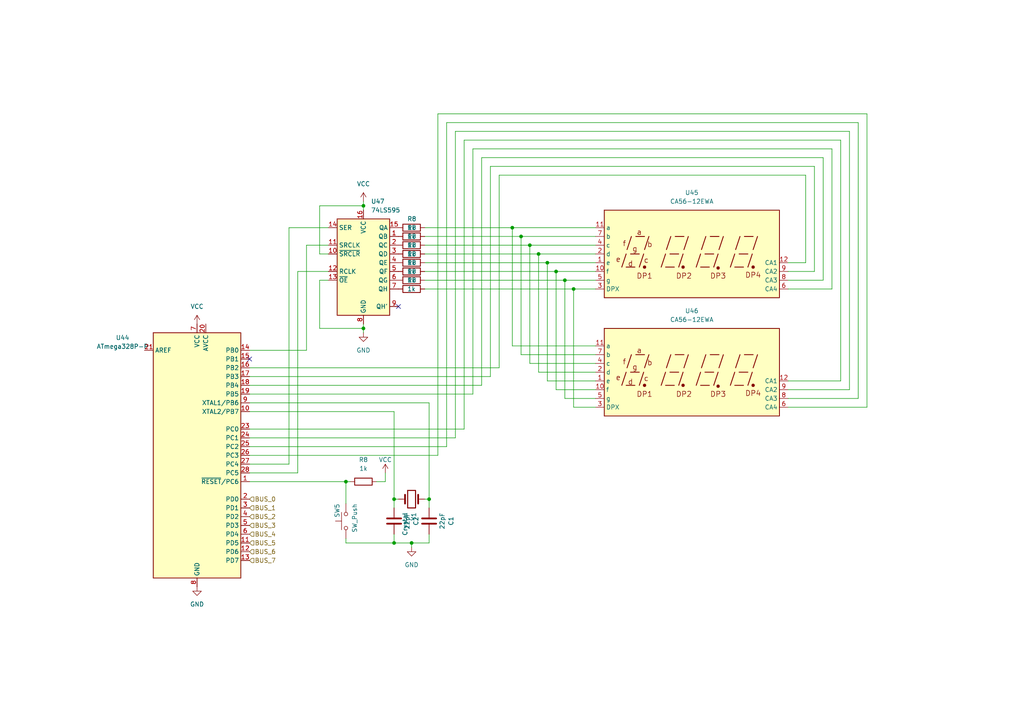
<source format=kicad_sch>
(kicad_sch (version 20230121) (generator eeschema)
  (paper "A4")
  (lib_symbols
    (symbol "74xx:74LS595"
      (property "Reference" "U" (at -7.62 13.97 0))
      (property "Value" "74LS595" (at -7.62 -16.51 0))
      (symbol "74LS595_1_0"
        (pin tri_state line (at 10.16 7.62 180) (length 2.54) (name "QB") (number "1"))
        (pin input line (at -10.16 2.54 0) (length 2.54) (name "~{SRCLR}") (number "10"))
        (pin input line (at -10.16 5.08 0) (length 2.54) (name "SRCLK") (number "11"))
        (pin input line (at -10.16 -2.54 0) (length 2.54) (name "RCLK") (number "12"))
        (pin input line (at -10.16 -5.08 0) (length 2.54) (name "~{OE}") (number "13"))
        (pin input line (at -10.16 10.16 0) (length 2.54) (name "SER") (number "14"))
        (pin tri_state line (at 10.16 10.16 180) (length 2.54) (name "QA") (number "15"))
        (pin power_in line (at 0 15.24 270) (length 2.54) (name "VCC") (number "16"))
        (pin tri_state line (at 10.16 5.08 180) (length 2.54) (name "QC") (number "2"))
        (pin tri_state line (at 10.16 2.54 180) (length 2.54) (name "QD") (number "3"))
        (pin tri_state line (at 10.16 0 180) (length 2.54) (name "QE") (number "4"))
        (pin tri_state line (at 10.16 -2.54 180) (length 2.54) (name "QF") (number "5"))
        (pin tri_state line (at 10.16 -5.08 180) (length 2.54) (name "QG") (number "6"))
        (pin tri_state line (at 10.16 -7.62 180) (length 2.54) (name "QH") (number "7"))
        (pin power_in line (at 0 -17.78 90) (length 2.54) (name "GND") (number "8"))
        (pin output line (at 10.16 -12.7 180) (length 2.54) (name "QH'") (number "9"))
      )
      (symbol "74LS595_1_1"
        (rectangle (start -7.62 12.7) (end 7.62 -15.24) (stroke (width 0.254)) (fill (type background)))
      )
    )
    (symbol "Device:C" (pin_numbers hide) (pin_names (offset 0.254))
      (property "Reference" "C" (at 0.635 2.54 0))
      (property "Value" "C" (at 0.635 -2.54 0))
      (symbol "C_0_1"
        (polyline (pts (xy -2.032 -0.762) (xy 2.032 -0.762)) (stroke (width 0.508)))
        (polyline (pts (xy -2.032 0.762) (xy 2.032 0.762)) (stroke (width 0.508)))
      )
      (symbol "C_1_1"
        (pin passive line (at 0 3.81 270) (length 2.794) (name "~") (number "1"))
        (pin passive line (at 0 -3.81 90) (length 2.794) (name "~") (number "2"))
      )
    )
    (symbol "Device:Crystal" (pin_numbers hide) (pin_names (offset 1.016) hide)
      (property "Reference" "Y" (at 0 3.81 0))
      (property "Value" "Crystal" (at 0 -3.81 0))
      (symbol "Crystal_0_1"
        (rectangle (start -1.143 2.54) (end 1.143 -2.54) (stroke (width 0.3048)))
        (polyline (pts (xy -2.54 0) (xy -1.905 0)))
        (polyline (pts (xy -1.905 -1.27) (xy -1.905 1.27)) (stroke (width 0.508)))
        (polyline (pts (xy 1.905 -1.27) (xy 1.905 1.27)) (stroke (width 0.508)))
        (polyline (pts (xy 2.54 0) (xy 1.905 0)))
      )
      (symbol "Crystal_1_1"
        (pin passive line (at -3.81 0 0) (length 1.27) (name "1") (number "1"))
        (pin passive line (at 3.81 0 180) (length 1.27) (name "2") (number "2"))
      )
    )
    (symbol "Device:R" (pin_numbers hide) (pin_names (offset 0))
      (property "Reference" "R" (at 2.032 0 90))
      (property "Value" "R" (at 0 0 90))
      (symbol "R_0_1"
        (rectangle (start -1.016 -2.54) (end 1.016 2.54) (stroke (width 0.254)))
      )
      (symbol "R_1_1"
        (pin passive line (at 0 3.81 270) (length 1.27) (name "~") (number "1"))
        (pin passive line (at 0 -3.81 90) (length 1.27) (name "~") (number "2"))
      )
    )
    (symbol "Display_Character:CA56-12EWA"
      (property "Reference" "U" (at -24.13 13.97 0))
      (property "Value" "CA56-12EWA" (at 19.05 13.97 0))
      (symbol "CA56-12EWA_0_0"
        (rectangle (start -25.4 12.7) (end 25.4 -12.7) (stroke (width 0.254)) (fill (type background)))
        (polyline (pts (xy -20.32 -3.81) (xy -19.05 0)) (stroke (width 0.254)))
        (polyline (pts (xy -19.05 -3.81) (xy -16.51 -3.81)) (stroke (width 0.254)))
        (polyline (pts (xy -18.796 1.27) (xy -17.526 5.08)) (stroke (width 0.254)))
        (polyline (pts (xy -17.78 0) (xy -15.24 0)) (stroke (width 0.254)))
        (polyline (pts (xy -16.256 5.08) (xy -13.716 5.08)) (stroke (width 0.254)))
        (polyline (pts (xy -15.24 -3.81) (xy -13.97 0)) (stroke (width 0.254)))
        (polyline (pts (xy -13.716 1.27) (xy -12.446 5.08)) (stroke (width 0.254)))
        (polyline (pts (xy -8.89 -3.81) (xy -7.62 0)) (stroke (width 0.254)))
        (polyline (pts (xy -7.62 -3.81) (xy -5.08 -3.81)) (stroke (width 0.254)))
        (polyline (pts (xy -7.366 1.27) (xy -6.096 5.08)) (stroke (width 0.254)))
        (polyline (pts (xy -6.35 0) (xy -3.81 0)) (stroke (width 0.254)))
        (polyline (pts (xy -4.826 5.08) (xy -2.286 5.08)) (stroke (width 0.254)))
        (polyline (pts (xy -3.81 -3.81) (xy -2.54 0)) (stroke (width 0.254)))
        (polyline (pts (xy -2.286 1.27) (xy -1.016 5.08)) (stroke (width 0.254)))
        (polyline (pts (xy 1.27 -3.81) (xy 2.54 0)) (stroke (width 0.254)))
        (polyline (pts (xy 2.54 -3.81) (xy 5.08 -3.81)) (stroke (width 0.254)))
        (polyline (pts (xy 2.794 1.27) (xy 4.064 5.08)) (stroke (width 0.254)))
        (polyline (pts (xy 3.81 0) (xy 6.35 0)) (stroke (width 0.254)))
        (polyline (pts (xy 5.334 5.08) (xy 7.874 5.08)) (stroke (width 0.254)))
        (polyline (pts (xy 6.35 -3.81) (xy 7.62 0)) (stroke (width 0.254)))
        (polyline (pts (xy 7.874 1.27) (xy 9.144 5.08)) (stroke (width 0.254)))
        (polyline (pts (xy 11.176 -3.81) (xy 12.446 0)) (stroke (width 0.254)))
        (polyline (pts (xy 12.446 -3.81) (xy 14.986 -3.81)) (stroke (width 0.254)))
        (polyline (pts (xy 12.7 1.27) (xy 13.97 5.08)) (stroke (width 0.254)))
        (polyline (pts (xy 13.716 0) (xy 16.256 0)) (stroke (width 0.254)))
        (polyline (pts (xy 15.24 5.08) (xy 17.78 5.08)) (stroke (width 0.254)))
        (polyline (pts (xy 16.256 -3.81) (xy 17.526 0)) (stroke (width 0.254)))
        (polyline (pts (xy 17.78 1.27) (xy 19.05 5.08)) (stroke (width 0.254)))
        (text "a" (at -15.24 6.35 0) (effects (font (size 1.524 1.524))))
        (text "b" (at -12.192 2.794 0) (effects (font (size 1.524 1.524))))
        (text "c" (at -13.208 -1.778 0) (effects (font (size 1.524 1.524))))
        (text "d" (at -17.78 -2.794 0) (effects (font (size 1.524 1.524))))
        (text "DP1" (at -13.716 -6.35 0) (effects (font (size 1.524 1.524))))
        (text "DP2" (at -2.286 -6.35 0) (effects (font (size 1.524 1.524))))
        (text "DP3" (at 7.62 -6.35 0) (effects (font (size 1.524 1.524))))
        (text "DP4" (at 17.78 -6.096 0) (effects (font (size 1.524 1.524))))
        (text "e" (at -21.336 -1.524 0) (effects (font (size 1.524 1.524))))
        (text "f" (at -19.558 3.048 0) (effects (font (size 1.524 1.524))))
        (text "g" (at -16.51 1.524 0) (effects (font (size 1.524 1.524))))
      )
      (symbol "CA56-12EWA_0_1"
        (circle (center -13.716 -3.81) (radius 0.3556) (stroke (width 0.254)) (fill (type outline)))
        (circle (center -2.54 -3.81) (radius 0.3556) (stroke (width 0.254)) (fill (type outline)))
      )
      (symbol "CA56-12EWA_1_0"
        (circle (center 7.62 -4.064) (radius 0.3556) (stroke (width 0.254)) (fill (type outline)))
        (circle (center 17.78 -3.81) (radius 0.3556) (stroke (width 0.254)) (fill (type outline)))
      )
      (symbol "CA56-12EWA_1_1"
        (pin input line (at -27.94 -2.54 0) (length 2.54) (name "e") (number "1"))
        (pin input line (at -27.94 -5.08 0) (length 2.54) (name "f") (number "10"))
        (pin input line (at -27.94 7.62 0) (length 2.54) (name "a") (number "11"))
        (pin input line (at 27.94 -2.54 180) (length 2.54) (name "CA1") (number "12"))
        (pin input line (at -27.94 0 0) (length 2.54) (name "d") (number "2"))
        (pin input line (at -27.94 -10.16 0) (length 2.54) (name "DPX") (number "3"))
        (pin input line (at -27.94 2.54 0) (length 2.54) (name "c") (number "4"))
        (pin input line (at -27.94 -7.62 0) (length 2.54) (name "g") (number "5"))
        (pin input line (at 27.94 -10.16 180) (length 2.54) (name "CA4") (number "6"))
        (pin input line (at -27.94 5.08 0) (length 2.54) (name "b") (number "7"))
        (pin input line (at 27.94 -7.62 180) (length 2.54) (name "CA3") (number "8"))
        (pin input line (at 27.94 -5.08 180) (length 2.54) (name "CA2") (number "9"))
      )
    )
    (symbol "MCU_Microchip_ATmega:ATmega328P-P"
      (property "Reference" "U" (at -12.7 36.83 0))
      (property "Value" "ATmega328P-P" (at 2.54 -36.83 0))
      (symbol "ATmega328P-P_0_1"
        (rectangle (start -12.7 -35.56) (end 12.7 35.56) (stroke (width 0.254)) (fill (type background)))
      )
      (symbol "ATmega328P-P_1_1"
        (pin bidirectional line (at 15.24 -7.62 180) (length 2.54) (name "~{RESET}/PC6") (number "1"))
        (pin bidirectional line (at 15.24 12.7 180) (length 2.54) (name "XTAL2/PB7") (number "10"))
        (pin bidirectional line (at 15.24 -25.4 180) (length 2.54) (name "PD5") (number "11"))
        (pin bidirectional line (at 15.24 -27.94 180) (length 2.54) (name "PD6") (number "12"))
        (pin bidirectional line (at 15.24 -30.48 180) (length 2.54) (name "PD7") (number "13"))
        (pin bidirectional line (at 15.24 30.48 180) (length 2.54) (name "PB0") (number "14"))
        (pin bidirectional line (at 15.24 27.94 180) (length 2.54) (name "PB1") (number "15"))
        (pin bidirectional line (at 15.24 25.4 180) (length 2.54) (name "PB2") (number "16"))
        (pin bidirectional line (at 15.24 22.86 180) (length 2.54) (name "PB3") (number "17"))
        (pin bidirectional line (at 15.24 20.32 180) (length 2.54) (name "PB4") (number "18"))
        (pin bidirectional line (at 15.24 17.78 180) (length 2.54) (name "PB5") (number "19"))
        (pin bidirectional line (at 15.24 -12.7 180) (length 2.54) (name "PD0") (number "2"))
        (pin power_in line (at 2.54 38.1 270) (length 2.54) (name "AVCC") (number "20"))
        (pin passive line (at -15.24 30.48 0) (length 2.54) (name "AREF") (number "21"))
        (pin passive line (at 0 -38.1 90) (length 2.54) hide (name "GND") (number "22"))
        (pin bidirectional line (at 15.24 7.62 180) (length 2.54) (name "PC0") (number "23"))
        (pin bidirectional line (at 15.24 5.08 180) (length 2.54) (name "PC1") (number "24"))
        (pin bidirectional line (at 15.24 2.54 180) (length 2.54) (name "PC2") (number "25"))
        (pin bidirectional line (at 15.24 0 180) (length 2.54) (name "PC3") (number "26"))
        (pin bidirectional line (at 15.24 -2.54 180) (length 2.54) (name "PC4") (number "27"))
        (pin bidirectional line (at 15.24 -5.08 180) (length 2.54) (name "PC5") (number "28"))
        (pin bidirectional line (at 15.24 -15.24 180) (length 2.54) (name "PD1") (number "3"))
        (pin bidirectional line (at 15.24 -17.78 180) (length 2.54) (name "PD2") (number "4"))
        (pin bidirectional line (at 15.24 -20.32 180) (length 2.54) (name "PD3") (number "5"))
        (pin bidirectional line (at 15.24 -22.86 180) (length 2.54) (name "PD4") (number "6"))
        (pin power_in line (at 0 38.1 270) (length 2.54) (name "VCC") (number "7"))
        (pin power_in line (at 0 -38.1 90) (length 2.54) (name "GND") (number "8"))
        (pin bidirectional line (at 15.24 15.24 180) (length 2.54) (name "XTAL1/PB6") (number "9"))
      )
    )
    (symbol "Switch:SW_Push" (pin_numbers hide) (pin_names (offset 1.016) hide)
      (property "Reference" "SW" (at 1.27 2.54 0))
      (property "Value" "SW_Push" (at 0 -1.524 0))
      (symbol "SW_Push_0_1"
        (circle (center -2.032 0) (radius 0.508))
        (polyline (pts (xy 0 1.27) (xy 0 3.048)))
        (polyline (pts (xy 2.54 1.27) (xy -2.54 1.27)))
        (circle (center 2.032 0) (radius 0.508))
        (pin passive line (at -5.08 0 0) (length 2.54) (name "1") (number "1"))
        (pin passive line (at 5.08 0 180) (length 2.54) (name "2") (number "2"))
      )
    )
    (symbol "power:GND" (power) (pin_names (offset 0))
      (property "Value" "GND" (at 0 -3.81 0))
      (symbol "GND_0_1"
        (polyline (pts (xy 0 0) (xy 0 -1.27) (xy 1.27 -1.27) (xy 0 -2.54) (xy -1.27 -1.27) (xy 0 -1.27)))
      )
      (symbol "GND_1_1"
        (pin power_in line (at 0 0 270) (length 0) hide (name "GND") (number "1"))
      )
    )
    (symbol "power:VCC" (power) (pin_names (offset 0))
      (property "Value" "VCC" (at 0 3.81 0))
      (symbol "VCC_0_1"
        (polyline (pts (xy -0.762 1.27) (xy 0 2.54)))
        (polyline (pts (xy 0 0) (xy 0 2.54)))
        (polyline (pts (xy 0 2.54) (xy 0.762 1.27)))
      )
      (symbol "VCC_1_1"
        (pin power_in line (at 0 0 90) (length 0) hide (name "VCC") (number "1"))
      )
    )
  )
  (junction (at 119.38 157.48))
  (junction (at 114.3 157.48))
  (junction (at 153.67 71.12))
  (junction (at 148.59 66.04))
  (junction (at 114.3 144.78))
  (junction (at 161.29 78.74))
  (junction (at 124.46 144.78))
  (junction (at 100.33 139.7))
  (junction (at 158.75 76.2))
  (junction (at 105.41 95.25))
  (junction (at 156.21 73.66))
  (junction (at 163.83 81.28))
  (junction (at 151.13 68.58))
  (junction (at 105.41 59.69))
  (junction (at 166.37 83.82))
  (no_connect (at 115.57 88.9))
  (no_connect (at 72.39 104.14))
  (wire (pts (xy 114.3 144.78) (xy 115.57 144.78)))
  (wire (pts (xy 105.41 95.25) (xy 92.71 95.25)))
  (wire (pts (xy 148.59 100.33) (xy 172.72 100.33)))
  (wire (pts (xy 123.19 73.66) (xy 156.21 73.66)))
  (wire (pts (xy 92.71 81.28) (xy 95.25 81.28)))
  (wire (pts (xy 172.72 68.58) (xy 151.13 68.58)))
  (wire (pts (xy 166.37 83.82) (xy 166.37 118.11)))
  (wire (pts (xy 123.19 71.12) (xy 153.67 71.12)))
  (wire (pts (xy 233.68 50.8) (xy 233.68 76.2)))
  (wire (pts (xy 156.21 73.66) (xy 172.72 73.66)))
  (wire (pts (xy 129.54 129.54) (xy 129.54 35.56)))
  (wire (pts (xy 148.59 66.04) (xy 148.59 100.33)))
  (wire (pts (xy 172.72 118.11) (xy 166.37 118.11)))
  (wire (pts (xy 100.33 139.7) (xy 100.33 146.05)))
  (wire (pts (xy 105.41 59.69) (xy 105.41 60.96)))
  (wire (pts (xy 139.7 45.72) (xy 238.76 45.72)))
  (wire (pts (xy 134.62 40.64) (xy 243.84 40.64)))
  (wire (pts (xy 251.46 118.11) (xy 251.46 33.02)))
  (wire (pts (xy 72.39 129.54) (xy 129.54 129.54)))
  (wire (pts (xy 124.46 144.78) (xy 123.19 144.78)))
  (wire (pts (xy 228.6 113.03) (xy 246.38 113.03)))
  (wire (pts (xy 95.25 73.66) (xy 92.71 73.66)))
  (wire (pts (xy 243.84 40.64) (xy 243.84 110.49)))
  (wire (pts (xy 158.75 76.2) (xy 158.75 110.49)))
  (wire (pts (xy 72.39 116.84) (xy 124.46 116.84)))
  (wire (pts (xy 158.75 76.2) (xy 172.72 76.2)))
  (wire (pts (xy 72.39 139.7) (xy 100.33 139.7)))
  (wire (pts (xy 241.3 43.18) (xy 137.16 43.18)))
  (wire (pts (xy 123.19 81.28) (xy 163.83 81.28)))
  (wire (pts (xy 137.16 43.18) (xy 137.16 114.3)))
  (wire (pts (xy 228.6 78.74) (xy 236.22 78.74)))
  (wire (pts (xy 142.24 109.22) (xy 72.39 109.22)))
  (wire (pts (xy 132.08 38.1) (xy 132.08 127)))
  (wire (pts (xy 72.39 106.68) (xy 144.78 106.68)))
  (wire (pts (xy 119.38 157.48) (xy 124.46 157.48)))
  (wire (pts (xy 148.59 66.04) (xy 172.72 66.04)))
  (wire (pts (xy 86.36 137.16) (xy 72.39 137.16)))
  (wire (pts (xy 105.41 58.42) (xy 105.41 59.69)))
  (wire (pts (xy 88.9 71.12) (xy 95.25 71.12)))
  (wire (pts (xy 153.67 71.12) (xy 172.72 71.12)))
  (wire (pts (xy 92.71 73.66) (xy 92.71 59.69)))
  (wire (pts (xy 156.21 107.95) (xy 172.72 107.95)))
  (wire (pts (xy 172.72 78.74) (xy 161.29 78.74)))
  (wire (pts (xy 114.3 144.78) (xy 114.3 119.38)))
  (wire (pts (xy 111.76 137.16) (xy 111.76 139.7)))
  (wire (pts (xy 144.78 50.8) (xy 233.68 50.8)))
  (wire (pts (xy 248.92 115.57) (xy 228.6 115.57)))
  (wire (pts (xy 105.41 96.52) (xy 105.41 95.25)))
  (wire (pts (xy 142.24 48.26) (xy 142.24 109.22)))
  (wire (pts (xy 72.39 124.46) (xy 134.62 124.46)))
  (wire (pts (xy 172.72 115.57) (xy 163.83 115.57)))
  (wire (pts (xy 72.39 134.62) (xy 83.82 134.62)))
  (wire (pts (xy 111.76 139.7) (xy 109.22 139.7)))
  (wire (pts (xy 251.46 33.02) (xy 127 33.02)))
  (wire (pts (xy 92.71 95.25) (xy 92.71 81.28)))
  (wire (pts (xy 233.68 76.2) (xy 228.6 76.2)))
  (wire (pts (xy 236.22 48.26) (xy 142.24 48.26)))
  (wire (pts (xy 100.33 156.21) (xy 100.33 157.48)))
  (wire (pts (xy 114.3 157.48) (xy 119.38 157.48)))
  (wire (pts (xy 151.13 68.58) (xy 151.13 102.87)))
  (wire (pts (xy 124.46 116.84) (xy 124.46 144.78)))
  (wire (pts (xy 123.19 83.82) (xy 166.37 83.82)))
  (wire (pts (xy 127 33.02) (xy 127 132.08)))
  (wire (pts (xy 241.3 83.82) (xy 241.3 43.18)))
  (wire (pts (xy 153.67 105.41) (xy 172.72 105.41)))
  (wire (pts (xy 72.39 111.76) (xy 139.7 111.76)))
  (wire (pts (xy 134.62 124.46) (xy 134.62 40.64)))
  (wire (pts (xy 161.29 78.74) (xy 161.29 113.03)))
  (wire (pts (xy 114.3 144.78) (xy 114.3 147.32)))
  (wire (pts (xy 166.37 83.82) (xy 172.72 83.82)))
  (wire (pts (xy 144.78 106.68) (xy 144.78 50.8)))
  (wire (pts (xy 238.76 45.72) (xy 238.76 81.28)))
  (wire (pts (xy 83.82 66.04) (xy 95.25 66.04)))
  (wire (pts (xy 163.83 81.28) (xy 172.72 81.28)))
  (wire (pts (xy 100.33 139.7) (xy 101.6 139.7)))
  (wire (pts (xy 119.38 158.75) (xy 119.38 157.48)))
  (wire (pts (xy 123.19 76.2) (xy 158.75 76.2)))
  (wire (pts (xy 161.29 113.03) (xy 172.72 113.03)))
  (wire (pts (xy 156.21 73.66) (xy 156.21 107.95)))
  (wire (pts (xy 123.19 66.04) (xy 148.59 66.04)))
  (wire (pts (xy 246.38 38.1) (xy 132.08 38.1)))
  (wire (pts (xy 124.46 157.48) (xy 124.46 154.94)))
  (wire (pts (xy 139.7 111.76) (xy 139.7 45.72)))
  (wire (pts (xy 248.92 35.56) (xy 248.92 115.57)))
  (wire (pts (xy 243.84 110.49) (xy 228.6 110.49)))
  (wire (pts (xy 127 132.08) (xy 72.39 132.08)))
  (wire (pts (xy 246.38 113.03) (xy 246.38 38.1)))
  (wire (pts (xy 124.46 144.78) (xy 124.46 147.32)))
  (wire (pts (xy 92.71 59.69) (xy 105.41 59.69)))
  (wire (pts (xy 129.54 35.56) (xy 248.92 35.56)))
  (wire (pts (xy 151.13 102.87) (xy 172.72 102.87)))
  (wire (pts (xy 114.3 154.94) (xy 114.3 157.48)))
  (wire (pts (xy 105.41 95.25) (xy 105.41 93.98)))
  (wire (pts (xy 114.3 119.38) (xy 72.39 119.38)))
  (wire (pts (xy 100.33 157.48) (xy 114.3 157.48)))
  (wire (pts (xy 236.22 78.74) (xy 236.22 48.26)))
  (wire (pts (xy 137.16 114.3) (xy 72.39 114.3)))
  (wire (pts (xy 228.6 118.11) (xy 251.46 118.11)))
  (wire (pts (xy 132.08 127) (xy 72.39 127)))
  (wire (pts (xy 95.25 78.74) (xy 86.36 78.74)))
  (wire (pts (xy 88.9 101.6) (xy 88.9 71.12)))
  (wire (pts (xy 123.19 78.74) (xy 161.29 78.74)))
  (wire (pts (xy 228.6 83.82) (xy 241.3 83.82)))
  (wire (pts (xy 86.36 78.74) (xy 86.36 137.16)))
  (wire (pts (xy 158.75 110.49) (xy 172.72 110.49)))
  (wire (pts (xy 153.67 71.12) (xy 153.67 105.41)))
  (wire (pts (xy 163.83 81.28) (xy 163.83 115.57)))
  (wire (pts (xy 72.39 101.6) (xy 88.9 101.6)))
  (wire (pts (xy 238.76 81.28) (xy 228.6 81.28)))
  (wire (pts (xy 83.82 134.62) (xy 83.82 66.04)))
  (wire (pts (xy 123.19 68.58) (xy 151.13 68.58)))
  (hierarchical_label "BUS_0" (shape input) (at 72.39 144.78 0))
  (hierarchical_label "BUS_1" (shape input) (at 72.39 147.32 0))
  (hierarchical_label "BUS_6" (shape input) (at 72.39 160.02 0))
  (hierarchical_label "BUS_4" (shape input) (at 72.39 154.94 0))
  (hierarchical_label "BUS_5" (shape input) (at 72.39 157.48 0))
  (hierarchical_label "BUS_2" (shape input) (at 72.39 149.86 0))
  (hierarchical_label "BUS_3" (shape input) (at 72.39 152.4 0))
  (hierarchical_label "BUS_7" (shape input) (at 72.39 162.56 0))
  (symbol (lib_id "Device:R") (at 119.38 66.04 270) (unit 1)
    (property "Reference" "R8" (at 118.11 63.5 90) (effects (justify left)))
    (property "Value" "1k" (at 118.11 66.04 90) (effects (justify left)))
    (instances (project "schematics" (path "" (reference "R8") (unit 1)) (path "" (reference "R16") (unit 1)) (path "" (reference "R24") (unit 1)) (path "" (reference "R102") (unit 1)) (path "" (reference "R134") (unit 1)) (path "" (reference "R103") (unit 1))))
  )
  (symbol (lib_id "Device:R") (at 119.38 81.28 270) (unit 1)
    (property "Reference" "R8" (at 118.11 78.74 90) (effects (justify left)))
    (property "Value" "1k" (at 118.11 81.28 90) (effects (justify left)))
    (instances (project "schematics" (path "" (reference "R8") (unit 1)) (path "" (reference "R16") (unit 1)) (path "" (reference "R24") (unit 1)) (path "" (reference "R102") (unit 1)) (path "" (reference "R134") (unit 1)) (path "" (reference "R139") (unit 1))))
  )
  (symbol (lib_id "Display_Character:CA56-12EWA") (at 200.66 73.66 0) (unit 1)
    (property "Reference" "U45" (at 200.66 55.88 0))
    (property "Value" "CA56-12EWA" (at 200.66 58.42 0))
    (property "Footprint" "Display_7Segment:CA56-12EWA" (effects hide))
    (property "Datasheet" "http://www.kingbrightusa.com/images/catalog/SPEC/CA56-12EWA.pdf" (effects hide))
  )
  (symbol (lib_id "power:GND") (at 57.15 170.18 0) (unit 1)
    (property "Reference" "#PWR080" (effects hide))
    (property "Value" "GND" (at 57.15 175.26 0))
  )
  (symbol (lib_id "power:GND") (at 105.41 96.52 0) (unit 1)
    (property "Reference" "#PWR082" (effects hide))
    (property "Value" "GND" (at 105.41 101.6 0))
  )
  (symbol (lib_id "Device:R") (at 119.38 68.58 270) (unit 1)
    (property "Reference" "R8" (at 118.11 66.04 90) (effects (justify left)))
    (property "Value" "1k" (at 118.11 68.58 90) (effects (justify left)))
    (instances (project "schematics" (path "" (reference "R8") (unit 1)) (path "" (reference "R16") (unit 1)) (path "" (reference "R24") (unit 1)) (path "" (reference "R102") (unit 1)) (path "" (reference "R134") (unit 1)) (path "" (reference "R104") (unit 1))))
  )
  (symbol (lib_id "74xx:74LS595") (at 105.41 76.2 0) (unit 1)
    (property "Reference" "U47" (at 107.6041 58.42 0) (effects (justify left)))
    (property "Value" "74LS595" (at 107.6041 60.96 0) (effects (justify left)))
    (property "Datasheet" "http://www.ti.com/lit/gpn/sn74ls595" (effects hide))
  )
  (symbol (lib_id "Device:C") (at 114.3 151.13 0) (unit 1)
    (property "Reference" "C2" (at 120.65 151.13 90))
    (property "Value" "22pF" (at 118.11 151.13 90))
    (instances (project "schematics" (path "" (reference "C2") (unit 1)) (path "" (reference "C4") (unit 1))))
  )
  (symbol (lib_id "Device:C") (at 124.46 151.13 0) (unit 1)
    (property "Reference" "C1" (at 130.81 151.13 90))
    (property "Value" "22pF" (at 128.27 151.13 90))
    (instances (project "schematics" (path "" (reference "C1") (unit 1)) (path "" (reference "C3") (unit 1))))
  )
  (symbol (lib_id "Device:R") (at 119.38 76.2 270) (unit 1)
    (property "Reference" "R8" (at 118.11 73.66 90) (effects (justify left)))
    (property "Value" "1k" (at 118.11 76.2 90) (effects (justify left)))
    (instances (project "schematics" (path "" (reference "R8") (unit 1)) (path "" (reference "R16") (unit 1)) (path "" (reference "R24") (unit 1)) (path "" (reference "R102") (unit 1)) (path "" (reference "R134") (unit 1)) (path "" (reference "R137") (unit 1))))
  )
  (symbol (lib_id "Device:R") (at 119.38 71.12 270) (unit 1)
    (property "Reference" "R8" (at 118.11 68.58 90) (effects (justify left)))
    (property "Value" "1k" (at 118.11 71.12 90) (effects (justify left)))
    (instances (project "schematics" (path "" (reference "R8") (unit 1)) (path "" (reference "R16") (unit 1)) (path "" (reference "R24") (unit 1)) (path "" (reference "R102") (unit 1)) (path "" (reference "R134") (unit 1)) (path "" (reference "R135") (unit 1))))
  )
  (symbol (lib_id "MCU_Microchip_ATmega:ATmega328P-P") (at 57.15 132.08 0) (unit 1)
    (property "Reference" "U44" (at 35.56 97.9521 0))
    (property "Value" "ATmega328P-P" (at 35.56 100.4921 0))
    (property "Footprint" "Package_DIP:DIP-28_W7.62mm" (effects hide))
    (property "Datasheet" "http://ww1.microchip.com/downloads/en/DeviceDoc/ATmega328_P%20AVR%20MCU%20with%20picoPower%20Technology%20Data%20Sheet%2040001984A.pdf" (effects hide))
  )
  (symbol (lib_id "Switch:SW_Push") (at 100.33 151.13 90) (unit 1)
    (property "Reference" "SW5" (at 97.79 146.05 0) (effects (justify right)))
    (property "Value" "SW_Push" (at 102.87 146.05 0) (effects (justify right)))
    (instances (project "schematics" (path "" (reference "SW5") (unit 1)) (path "" (reference "SW4") (unit 1))))
  )
  (symbol (lib_id "Device:R") (at 105.41 139.7 270) (unit 1)
    (property "Reference" "R8" (at 105.41 133.35 90))
    (property "Value" "1k" (at 105.41 135.89 90))
    (instances (project "schematics" (path "" (reference "R8") (unit 1)) (path "" (reference "R16") (unit 1)) (path "" (reference "R24") (unit 1)) (path "" (reference "R102") (unit 1)) (path "" (reference "R134") (unit 1)) (path "" (reference "R141") (unit 1))))
  )
  (symbol (lib_id "Device:R") (at 119.38 73.66 270) (unit 1)
    (property "Reference" "R8" (at 118.11 71.12 90) (effects (justify left)))
    (property "Value" "1k" (at 118.11 73.66 90) (effects (justify left)))
    (instances (project "schematics" (path "" (reference "R8") (unit 1)) (path "" (reference "R16") (unit 1)) (path "" (reference "R24") (unit 1)) (path "" (reference "R102") (unit 1)) (path "" (reference "R134") (unit 1)) (path "" (reference "R136") (unit 1))))
  )
  (symbol (lib_id "Device:R") (at 119.38 78.74 270) (unit 1)
    (property "Reference" "R8" (at 118.11 76.2 90) (effects (justify left)))
    (property "Value" "1k" (at 118.11 78.74 90) (effects (justify left)))
    (instances (project "schematics" (path "" (reference "R8") (unit 1)) (path "" (reference "R16") (unit 1)) (path "" (reference "R24") (unit 1)) (path "" (reference "R102") (unit 1)) (path "" (reference "R134") (unit 1)) (path "" (reference "R138") (unit 1))))
  )
  (symbol (lib_id "Display_Character:CA56-12EWA") (at 200.66 107.95 0) (unit 1)
    (property "Reference" "U46" (at 200.66 90.17 0))
    (property "Value" "CA56-12EWA" (at 200.66 92.71 0))
    (property "Footprint" "Display_7Segment:CA56-12EWA" (effects hide))
    (property "Datasheet" "http://www.kingbrightusa.com/images/catalog/SPEC/CA56-12EWA.pdf" (effects hide))
  )
  (symbol (lib_id "Device:Crystal") (at 119.38 144.78 0) (unit 1)
    (property "Reference" "Y1" (at 120.015 148.59 90) (effects (justify right)))
    (property "Value" "Crystal" (at 117.475 148.59 90) (effects (justify right)))
    (instances (project "schematics" (path "" (reference "Y1") (unit 1)) (path "" (reference "Y2") (unit 1))))
  )
  (symbol (lib_id "power:GND") (at 119.38 158.75 0) (unit 1)
    (property "Reference" "#PWR083" (effects hide))
    (property "Value" "GND" (at 119.38 163.83 0))
  )
  (symbol (lib_id "power:VCC") (at 105.41 58.42 0) (unit 1)
    (property "Reference" "#PWR081" (effects hide))
    (property "Value" "VCC" (at 105.41 53.34 0))
  )
  (symbol (lib_id "power:VCC") (at 111.76 137.16 0) (unit 1)
    (property "Reference" "#PWR084" (effects hide))
    (property "Value" "VCC" (at 111.76 133.35 0))
  )
  (symbol (lib_id "Device:R") (at 119.38 83.82 270) (unit 1)
    (property "Reference" "R8" (at 118.11 81.28 90) (effects (justify left)))
    (property "Value" "1k" (at 118.11 83.82 90) (effects (justify left)))
    (instances (project "schematics" (path "" (reference "R8") (unit 1)) (path "" (reference "R16") (unit 1)) (path "" (reference "R24") (unit 1)) (path "" (reference "R102") (unit 1)) (path "" (reference "R134") (unit 1)) (path "" (reference "R140") (unit 1))))
  )
  (symbol (lib_id "power:VCC") (at 57.15 93.98 0) (unit 1)
    (property "Reference" "#PWR079" (effects hide))
    (property "Value" "VCC" (at 57.15 88.9 0))
  )
)
</source>
